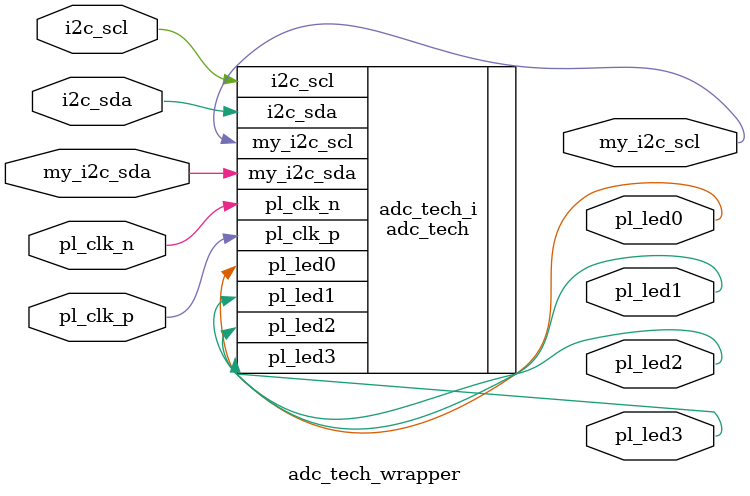
<source format=v>
`timescale 1 ps / 1 ps

module adc_tech_wrapper
   (i2c_scl,
    i2c_sda,
    my_i2c_scl,
    my_i2c_sda,
    pl_clk_n,
    pl_clk_p,
    pl_led0,
    pl_led1,
    pl_led2,
    pl_led3);
  inout i2c_scl;
  inout i2c_sda;
  output my_i2c_scl;
  inout my_i2c_sda;
  input pl_clk_n;
  input pl_clk_p;
  output pl_led0;
  output pl_led1;
  output pl_led2;
  output pl_led3;

  wire i2c_scl;
  wire i2c_sda;
  wire my_i2c_scl;
  wire my_i2c_sda;
  wire pl_clk_n;
  wire pl_clk_p;
  wire pl_led0;
  wire pl_led1;
  wire pl_led2;
  wire pl_led3;

  adc_tech adc_tech_i
       (.i2c_scl(i2c_scl),
        .i2c_sda(i2c_sda),
        .my_i2c_scl(my_i2c_scl),
        .my_i2c_sda(my_i2c_sda),
        .pl_clk_n(pl_clk_n),
        .pl_clk_p(pl_clk_p),
        .pl_led0(pl_led0),
        .pl_led1(pl_led1),
        .pl_led2(pl_led2),
        .pl_led3(pl_led3));
endmodule

</source>
